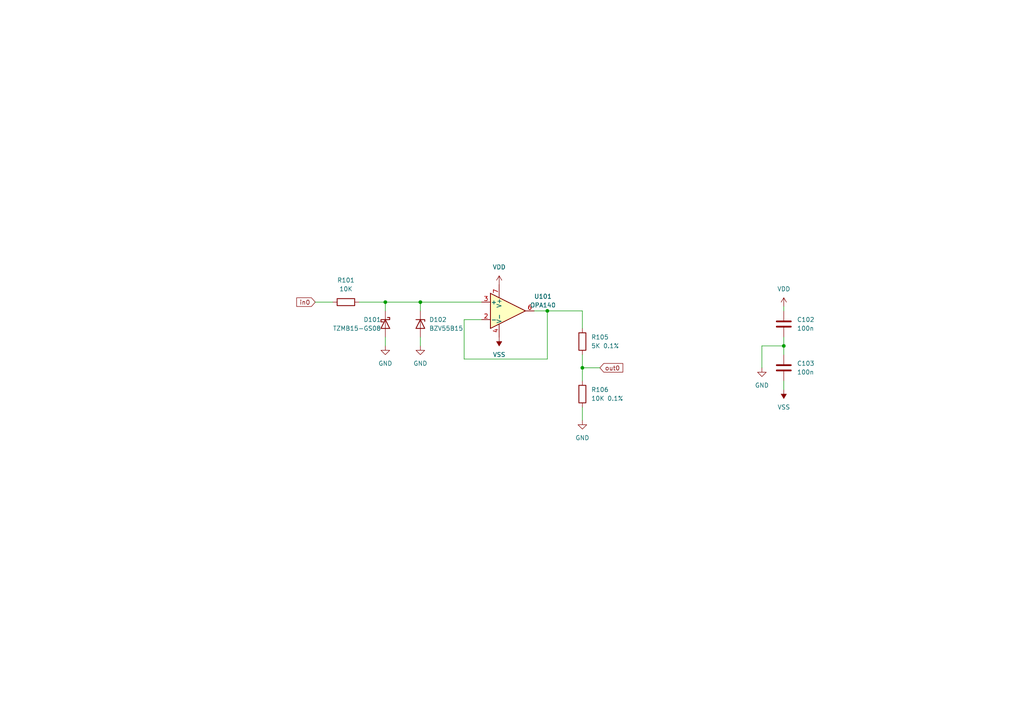
<source format=kicad_sch>
(kicad_sch (version 20230121) (generator eeschema)
  (paper "A4")
  (lib_symbols
    (symbol "Amplifier_Operational:OPA188xxD" (pin_names (offset 0.127))
      (property "Reference" "U" (at 0 6.35 0))
      (property "Value" "OPA188xxD" (at 0 3.81 0))
      (symbol "OPA188xxD_0_1"
        (polyline (pts (xy -5.08 5.08) (xy 5.08 0) (xy -5.08 -5.08) (xy -5.08 5.08)) (stroke (width 0.254)) (fill (type background)))
      )
      (symbol "OPA188xxD_1_1"
        (pin no_connect line (at -2.54 2.54 270) (length 2.54) hide (name "NC") (number "1"))
        (pin input line (at -7.62 -2.54 0) (length 2.54) (name "-") (number "2"))
        (pin input line (at -7.62 2.54 0) (length 2.54) (name "+") (number "3"))
        (pin power_in line (at -2.54 -7.62 90) (length 3.81) (name "V-") (number "4"))
        (pin no_connect line (at 0 2.54 270) (length 2.54) hide (name "NC") (number "5"))
        (pin output line (at 7.62 0 180) (length 2.54) (name "~") (number "6"))
        (pin power_in line (at -2.54 7.62 270) (length 3.81) (name "V+") (number "7"))
        (pin no_connect line (at 0 -2.54 90) (length 2.54) hide (name "NC") (number "8"))
      )
    )
    (symbol "Device:C" (pin_numbers hide) (pin_names (offset 0.254))
      (property "Reference" "C" (at 0.635 2.54 0))
      (property "Value" "C" (at 0.635 -2.54 0))
      (symbol "C_0_1"
        (polyline (pts (xy -2.032 -0.762) (xy 2.032 -0.762)) (stroke (width 0.508)))
        (polyline (pts (xy -2.032 0.762) (xy 2.032 0.762)) (stroke (width 0.508)))
      )
      (symbol "C_1_1"
        (pin passive line (at 0 3.81 270) (length 2.794) (name "~") (number "1"))
        (pin passive line (at 0 -3.81 90) (length 2.794) (name "~") (number "2"))
      )
    )
    (symbol "Device:D_Schottky" (pin_numbers hide) (pin_names (offset 1.016) hide)
      (property "Reference" "D" (at 0 2.54 0))
      (property "Value" "D_Schottky" (at 0 -2.54 0))
      (symbol "D_Schottky_0_1"
        (polyline (pts (xy 1.27 0) (xy -1.27 0)))
        (polyline (pts (xy 1.27 1.27) (xy 1.27 -1.27) (xy -1.27 0) (xy 1.27 1.27)) (stroke (width 0.254)))
        (polyline (pts (xy -1.905 0.635) (xy -1.905 1.27) (xy -1.27 1.27) (xy -1.27 -1.27) (xy -0.635 -1.27) (xy -0.635 -0.635)) (stroke (width 0.254)))
      )
      (symbol "D_Schottky_1_1"
        (pin passive line (at -3.81 0 0) (length 2.54) (name "K") (number "1"))
        (pin passive line (at 3.81 0 180) (length 2.54) (name "A") (number "2"))
      )
    )
    (symbol "Device:R" (pin_numbers hide) (pin_names (offset 0))
      (property "Reference" "R" (at 2.032 0 90))
      (property "Value" "R" (at 0 0 90))
      (symbol "R_0_1"
        (rectangle (start -1.016 -2.54) (end 1.016 2.54) (stroke (width 0.254)))
      )
      (symbol "R_1_1"
        (pin passive line (at 0 3.81 270) (length 1.27) (name "~") (number "1"))
        (pin passive line (at 0 -3.81 90) (length 1.27) (name "~") (number "2"))
      )
    )
    (symbol "Diode:BZV55B15" (pin_numbers hide) (pin_names hide)
      (property "Reference" "D" (at 0 2.54 0))
      (property "Value" "BZV55B15" (at 0 -2.54 0))
      (symbol "BZV55B15_0_1"
        (polyline (pts (xy 1.27 0) (xy -1.27 0)))
        (polyline (pts (xy -1.27 -1.27) (xy -1.27 1.27) (xy -0.762 1.27)) (stroke (width 0.254)))
        (polyline (pts (xy 1.27 -1.27) (xy 1.27 1.27) (xy -1.27 0) (xy 1.27 -1.27)) (stroke (width 0.254)))
      )
      (symbol "BZV55B15_1_1"
        (pin passive line (at -3.81 0 0) (length 2.54) (name "K") (number "1"))
        (pin passive line (at 3.81 0 180) (length 2.54) (name "A") (number "2"))
      )
    )
    (symbol "power:GND" (power) (pin_names (offset 0))
      (property "Value" "GND" (at 0 -3.81 0))
      (symbol "GND_0_1"
        (polyline (pts (xy 0 0) (xy 0 -1.27) (xy 1.27 -1.27) (xy 0 -2.54) (xy -1.27 -1.27) (xy 0 -1.27)))
      )
      (symbol "GND_1_1"
        (pin power_in line (at 0 0 270) (length 0) hide (name "GND") (number "1"))
      )
    )
    (symbol "power:VDD" (power) (pin_names (offset 0))
      (property "Value" "VDD" (at 0 3.81 0))
      (symbol "VDD_0_1"
        (polyline (pts (xy -0.762 1.27) (xy 0 2.54)))
        (polyline (pts (xy 0 0) (xy 0 2.54)))
        (polyline (pts (xy 0 2.54) (xy 0.762 1.27)))
      )
      (symbol "VDD_1_1"
        (pin power_in line (at 0 0 90) (length 0) hide (name "VDD") (number "1"))
      )
    )
    (symbol "power:VSS" (power) (pin_names (offset 0))
      (property "Value" "VSS" (at 0 3.81 0))
      (symbol "VSS_0_1"
        (polyline (pts (xy 0 0) (xy 0 2.54)))
        (polyline (pts (xy 0.762 1.27) (xy -0.762 1.27) (xy 0 2.54) (xy 0.762 1.27)) (fill (type outline)))
      )
      (symbol "VSS_1_1"
        (pin power_in line (at 0 0 90) (length 0) hide (name "VSS") (number "1"))
      )
    )
  )
  (junction (at 111.76 87.63))
  (junction (at 121.92 87.63))
  (junction (at 158.75 90.17))
  (junction (at 227.33 100.33))
  (junction (at 168.91 106.68))
  (wire (pts (xy 104.14 87.63) (xy 111.76 87.63)))
  (wire (pts (xy 168.91 102.87) (xy 168.91 106.68)))
  (wire (pts (xy 121.92 87.63) (xy 139.7 87.63)))
  (wire (pts (xy 227.33 100.33) (xy 227.33 102.87)))
  (wire (pts (xy 168.91 90.17) (xy 168.91 95.25)))
  (wire (pts (xy 158.75 104.14) (xy 158.75 90.17)))
  (wire (pts (xy 111.76 87.63) (xy 121.92 87.63)))
  (wire (pts (xy 220.98 100.33) (xy 227.33 100.33)))
  (wire (pts (xy 121.92 87.63) (xy 121.92 90.17)))
  (wire (pts (xy 111.76 97.79) (xy 111.76 100.33)))
  (wire (pts (xy 220.98 106.68) (xy 220.98 100.33)))
  (wire (pts (xy 158.75 90.17) (xy 168.91 90.17)))
  (wire (pts (xy 227.33 110.49) (xy 227.33 113.03)))
  (wire (pts (xy 227.33 97.79) (xy 227.33 100.33)))
  (wire (pts (xy 134.62 104.14) (xy 158.75 104.14)))
  (wire (pts (xy 168.91 106.68) (xy 168.91 110.49)))
  (wire (pts (xy 111.76 87.63) (xy 111.76 90.17)))
  (wire (pts (xy 121.92 97.79) (xy 121.92 100.33)))
  (wire (pts (xy 134.62 92.71) (xy 134.62 104.14)))
  (wire (pts (xy 168.91 118.11) (xy 168.91 121.92)))
  (wire (pts (xy 154.94 90.17) (xy 158.75 90.17)))
  (wire (pts (xy 134.62 92.71) (xy 139.7 92.71)))
  (wire (pts (xy 227.33 88.9) (xy 227.33 90.17)))
  (wire (pts (xy 168.91 106.68) (xy 173.99 106.68)))
  (wire (pts (xy 91.44 87.63) (xy 96.52 87.63)))
  (global_label "out0" (shape input) (at 173.99 106.68 0) (property "Intersheetrefs" "${INTERSHEET_REFS}" (effects hide)))
  (global_label "in0" (shape input) (at 91.44 87.63 180) (property "Intersheetrefs" "${INTERSHEET_REFS}" (effects hide)))
  (symbol (lib_id "Device:C") (at 227.33 93.98 0) (unit 1)
    (property "Reference" "C102" (at 231.14 92.71 0) (effects (justify left)))
    (property "Value" "100n" (at 231.14 95.25 0) (effects (justify left)))
    (property "Footprint" "Capacitor_SMD:C_0805_2012Metric_Pad1.18x1.45mm_HandSolder" (effects hide))
  )
  (symbol (lib_id "Device:R") (at 168.91 114.3 0) (unit 1)
    (property "Reference" "R106" (at 171.45 113.03 0) (effects (justify left)))
    (property "Value" "10K 0.1%" (at 171.45 115.57 0) (effects (justify left)))
    (property "Footprint" "Resistor_SMD:R_0805_2012Metric_Pad1.20x1.40mm_HandSolder" (effects hide))
  )
  (symbol (lib_id "Device:D_Schottky") (at 111.76 93.98 270) (unit 1)
    (property "Reference" "D101" (at 105.41 92.71 90) (effects (justify left)))
    (property "Value" "TZMB15-GS08" (at 96.52 95.25 90) (effects (justify left)))
    (property "Footprint" "Diode_SMD:D_MiniMELF" (effects hide))
  )
  (symbol (lib_id "Device:R") (at 168.91 99.06 0) (unit 1)
    (property "Reference" "R105" (at 171.45 97.79 0) (effects (justify left)))
    (property "Value" "5K 0.1%" (at 171.45 100.33 0) (effects (justify left)))
    (property "Footprint" "Resistor_SMD:R_0805_2012Metric_Pad1.20x1.40mm_HandSolder" (effects hide))
  )
  (symbol (lib_id "power:GND") (at 111.76 100.33 0) (unit 1)
    (property "Reference" "#PWR0101" (effects hide))
    (property "Value" "GND" (at 111.76 105.41 0))
  )
  (symbol (lib_id "power:VSS") (at 144.78 97.79 180) (unit 1)
    (property "Reference" "#PWR0104" (effects hide))
    (property "Value" "VSS" (at 144.78 102.87 0))
  )
  (symbol (lib_id "power:VSS") (at 227.33 113.03 180) (unit 1)
    (property "Reference" "#PWR0111" (effects hide))
    (property "Value" "VSS" (at 227.33 118.11 0))
  )
  (symbol (lib_id "Device:R") (at 100.33 87.63 270) (unit 1)
    (property "Reference" "R101" (at 100.33 81.28 90))
    (property "Value" "10K" (at 100.33 83.82 90))
    (property "Footprint" "Resistor_SMD:R_0805_2012Metric_Pad1.20x1.40mm_HandSolder" (effects hide))
  )
  (symbol (lib_id "power:GND") (at 168.91 121.92 0) (unit 1)
    (property "Reference" "#PWR0108" (effects hide))
    (property "Value" "GND" (at 168.91 127 0))
  )
  (symbol (lib_id "Diode:BZV55B15") (at 121.92 93.98 270) (unit 1)
    (property "Reference" "D102" (at 124.46 92.71 90) (effects (justify left)))
    (property "Value" "BZV55B15" (at 124.46 95.25 90) (effects (justify left)))
    (property "Footprint" "Diode_SMD:D_MiniMELF" (effects hide))
    (property "Datasheet" "https://assets.nexperia.com/documents/data-sheet/BZV55_SER.pdf" (effects hide))
  )
  (symbol (lib_id "Amplifier_Operational:OPA188xxD") (at 147.32 90.17 0) (unit 1)
    (property "Reference" "U101" (at 157.48 85.9791 0))
    (property "Value" "OPA140" (at 157.48 88.5191 0))
    (property "Footprint" "Package_SO:SOIC-8_3.9x4.9mm_P1.27mm" (effects hide))
    (property "Datasheet" "http://www.ti.com/lit/ds/symlink/opa188.pdf" (effects hide))
  )
  (symbol (lib_id "Device:C") (at 227.33 106.68 0) (unit 1)
    (property "Reference" "C103" (at 231.14 105.41 0) (effects (justify left)))
    (property "Value" "100n" (at 231.14 107.95 0) (effects (justify left)))
    (property "Footprint" "Capacitor_SMD:C_0805_2012Metric_Pad1.18x1.45mm_HandSolder" (effects hide))
  )
  (symbol (lib_id "power:VDD") (at 144.78 82.55 0) (unit 1)
    (property "Reference" "#PWR0103" (effects hide))
    (property "Value" "VDD" (at 144.78 77.47 0))
  )
  (symbol (lib_id "power:VDD") (at 227.33 88.9 0) (unit 1)
    (property "Reference" "#PWR0110" (effects hide))
    (property "Value" "VDD" (at 227.33 83.82 0))
  )
  (symbol (lib_id "power:GND") (at 220.98 106.68 0) (unit 1)
    (property "Reference" "#PWR0109" (effects hide))
    (property "Value" "GND" (at 220.98 111.76 0))
  )
  (symbol (lib_id "power:GND") (at 121.92 100.33 0) (unit 1)
    (property "Reference" "#PWR0102" (effects hide))
    (property "Value" "GND" (at 121.92 105.41 0))
  )
)
</source>
